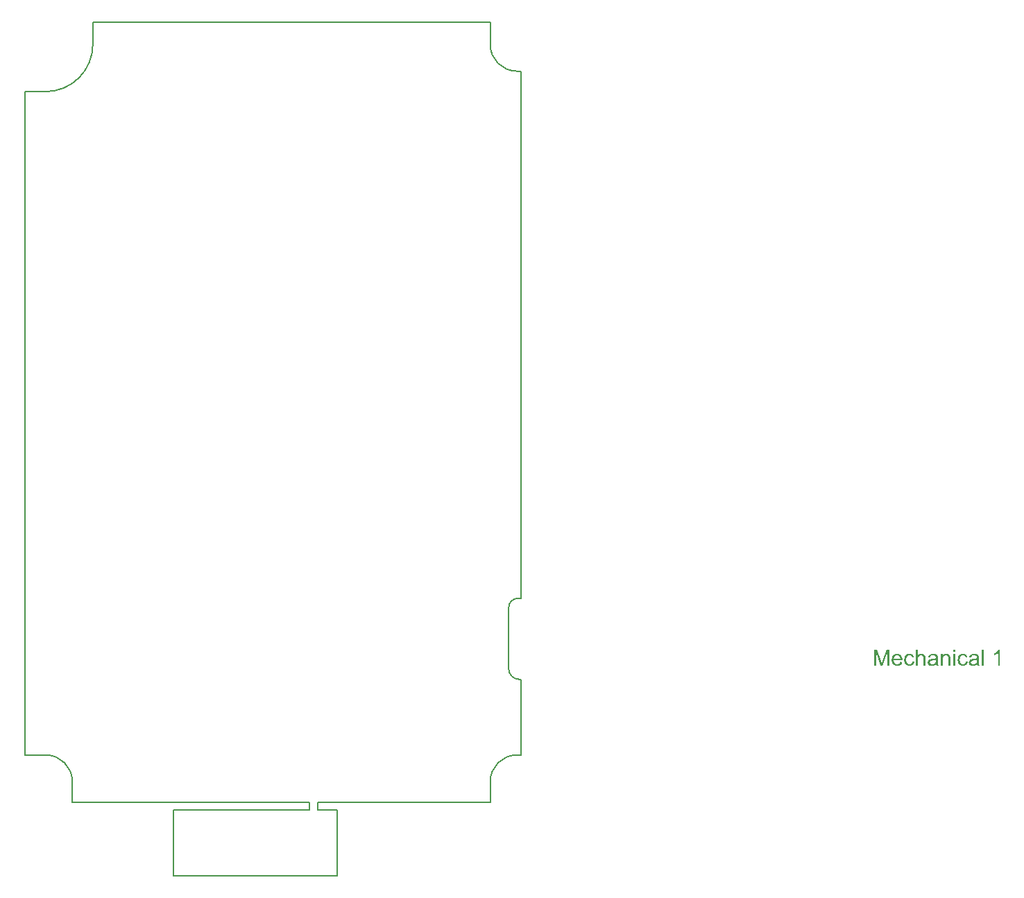
<source format=gm1>
%FSLAX25Y25*%
%MOIN*%
G70*
G01*
G75*
G04 Layer_Color=16711935*
%ADD10R,0.05906X0.05118*%
%ADD11R,0.03000X0.13386*%
%ADD12C,0.01200*%
%ADD13C,0.02500*%
%ADD14C,0.05000*%
%ADD15C,0.17716*%
%ADD16C,0.08661*%
%ADD17C,0.05906*%
%ADD18C,0.10000*%
%ADD19C,0.07874*%
%ADD20C,0.07000*%
%ADD21R,0.07000X0.07000*%
%ADD22C,0.07874*%
%ADD23R,0.05906X0.05906*%
%ADD24R,0.07000X0.07000*%
%ADD25C,0.04724*%
%ADD26C,0.06000*%
%ADD27C,0.03150*%
%ADD28C,0.03937*%
%ADD29R,0.03937X0.11811*%
%ADD30R,0.02756X0.03937*%
%ADD31R,0.03600X0.03600*%
%ADD32R,0.05000X0.03600*%
%ADD33R,0.02362X0.03543*%
%ADD34R,0.03543X0.02362*%
%ADD35R,0.03937X0.04331*%
%ADD36R,0.09843X0.07087*%
%ADD37R,0.07087X0.09843*%
%ADD38R,0.06299X0.13780*%
%ADD39R,0.13780X0.06299*%
%ADD40R,0.03937X0.02362*%
%ADD41O,0.08858X0.01575*%
%ADD42R,0.06890X0.04921*%
%ADD43O,0.02165X0.06890*%
%ADD44O,0.06890X0.02165*%
%ADD45R,0.07087X0.03937*%
%ADD46R,0.04331X0.03937*%
%ADD47R,0.07874X0.03150*%
%ADD48R,0.03600X0.05000*%
%ADD49R,0.03600X0.03600*%
%ADD50R,0.02559X0.04331*%
%ADD51R,0.05315X0.01575*%
%ADD52R,0.06299X0.08268*%
%ADD53R,0.07480X0.07480*%
%ADD54R,0.21654X0.08465*%
%ADD55R,0.05000X0.02500*%
%ADD56R,0.10000X0.10512*%
%ADD57C,0.02000*%
%ADD58C,0.10000*%
%ADD59R,0.46850X0.13386*%
%ADD60R,0.24410X0.18504*%
%ADD61R,0.34646X0.04724*%
%ADD62R,0.25591X0.18110*%
%ADD63R,0.20079X0.05512*%
%ADD64R,0.10236X0.26378*%
%ADD65R,0.27559X0.20472*%
%ADD66R,0.27165X0.35433*%
%ADD67R,0.08661X0.04331*%
%ADD68R,0.09449X0.02362*%
%ADD69R,0.05118X0.07087*%
%ADD70R,0.03937X0.05118*%
%ADD71R,0.03937X0.03150*%
%ADD72R,0.07874X0.15748*%
%ADD73C,0.00965*%
%ADD74C,0.01000*%
%ADD75C,0.00500*%
%ADD76C,0.00700*%
%ADD77R,0.06706X0.05918*%
%ADD78R,0.03800X0.14186*%
%ADD79C,0.18517*%
%ADD80C,0.09461*%
%ADD81C,0.06706*%
%ADD82C,0.10800*%
%ADD83C,0.13874*%
%ADD84C,0.07800*%
%ADD85R,0.07800X0.07800*%
%ADD86C,0.08674*%
%ADD87R,0.06706X0.06706*%
%ADD88R,0.07800X0.07800*%
%ADD89C,0.05524*%
G04:AMPARAMS|DCode=90|XSize=8mil|YSize=8mil|CornerRadius=0mil|HoleSize=0mil|Usage=FLASHONLY|Rotation=90.000|XOffset=0mil|YOffset=0mil|HoleType=Round|Shape=RoundedRectangle|*
%AMROUNDEDRECTD90*
21,1,0.00800,0.00800,0,0,90.0*
21,1,0.00800,0.00800,0,0,90.0*
1,1,0.00000,0.00400,0.00400*
1,1,0.00000,0.00400,-0.00400*
1,1,0.00000,-0.00400,-0.00400*
1,1,0.00000,-0.00400,0.00400*
%
%ADD90ROUNDEDRECTD90*%
%ADD91C,0.06800*%
%ADD92R,0.04737X0.12611*%
%ADD93R,0.03556X0.04737*%
%ADD94R,0.04400X0.04400*%
%ADD95R,0.05800X0.04400*%
%ADD96R,0.03162X0.04343*%
%ADD97R,0.04343X0.03162*%
%ADD98R,0.04737X0.05131*%
%ADD99R,0.10642X0.07887*%
%ADD100R,0.07887X0.10642*%
%ADD101R,0.07099X0.14579*%
%ADD102R,0.14579X0.07099*%
%ADD103R,0.04737X0.03162*%
%ADD104O,0.09658X0.02375*%
%ADD105R,0.07690X0.05721*%
%ADD106O,0.02965X0.07690*%
%ADD107O,0.07690X0.02965*%
%ADD108R,0.07887X0.04737*%
%ADD109R,0.05131X0.04737*%
%ADD110R,0.08674X0.03950*%
%ADD111R,0.04400X0.05800*%
%ADD112R,0.04400X0.04400*%
%ADD113R,0.03359X0.05131*%
%ADD114R,0.06115X0.02375*%
%ADD115R,0.07099X0.09068*%
%ADD116R,0.08280X0.08280*%
%ADD117R,0.22453X0.09265*%
%ADD118R,0.05800X0.03300*%
%ADD119R,0.10800X0.11312*%
%ADD120R,0.08674X0.16548*%
%ADD121C,0.01500*%
%ADD122C,0.00787*%
%ADD123C,0.01575*%
%ADD124C,0.00984*%
%ADD125C,0.02362*%
%ADD126C,0.00492*%
%ADD127C,0.00200*%
%ADD128C,0.00394*%
%ADD129C,0.01181*%
%ADD130C,0.00800*%
%ADD131R,0.09449X0.03543*%
G36*
X468359Y65668D02*
X467415D01*
Y71678D01*
X467404Y71667D01*
X467348Y71623D01*
X467281Y71556D01*
X467170Y71478D01*
X467048Y71378D01*
X466893Y71267D01*
X466715Y71145D01*
X466515Y71023D01*
X466504D01*
X466493Y71012D01*
X466426Y70967D01*
X466315Y70912D01*
X466182Y70845D01*
X466026Y70767D01*
X465859Y70689D01*
X465693Y70612D01*
X465526Y70545D01*
Y71456D01*
X465537D01*
X465559Y71478D01*
X465604Y71489D01*
X465659Y71523D01*
X465726Y71556D01*
X465804Y71601D01*
X465993Y71712D01*
X466215Y71834D01*
X466437Y71989D01*
X466670Y72167D01*
X466904Y72356D01*
X466915Y72367D01*
X466926Y72378D01*
X466959Y72412D01*
X467004Y72445D01*
X467104Y72556D01*
X467237Y72689D01*
X467370Y72845D01*
X467515Y73023D01*
X467637Y73200D01*
X467748Y73389D01*
X468359D01*
Y65668D01*
D02*
G37*
G36*
X436596Y71356D02*
X436762Y71345D01*
X436951Y71323D01*
X437140Y71289D01*
X437329Y71245D01*
X437507Y71189D01*
X437529Y71178D01*
X437584Y71156D01*
X437662Y71123D01*
X437762Y71078D01*
X437873Y71012D01*
X437984Y70945D01*
X438084Y70856D01*
X438173Y70767D01*
X438184Y70756D01*
X438207Y70723D01*
X438240Y70667D01*
X438284Y70601D01*
X438340Y70501D01*
X438384Y70401D01*
X438429Y70278D01*
X438462Y70134D01*
Y70123D01*
X438473Y70090D01*
X438484Y70023D01*
X438495Y69934D01*
Y69812D01*
X438507Y69667D01*
X438518Y69478D01*
Y69267D01*
Y68001D01*
Y67990D01*
Y67945D01*
Y67879D01*
Y67790D01*
Y67690D01*
Y67568D01*
X438529Y67301D01*
Y67023D01*
X438540Y66746D01*
X438551Y66623D01*
Y66512D01*
X438562Y66412D01*
X438573Y66334D01*
Y66323D01*
X438584Y66279D01*
X438595Y66212D01*
X438629Y66123D01*
X438651Y66023D01*
X438695Y65912D01*
X438751Y65790D01*
X438806Y65668D01*
X437818D01*
X437807Y65679D01*
X437795Y65723D01*
X437773Y65779D01*
X437740Y65868D01*
X437707Y65968D01*
X437684Y66090D01*
X437662Y66223D01*
X437640Y66368D01*
X437629D01*
X437618Y66346D01*
X437551Y66290D01*
X437451Y66212D01*
X437318Y66112D01*
X437151Y66012D01*
X436984Y65901D01*
X436807Y65801D01*
X436618Y65723D01*
X436596Y65712D01*
X436529Y65701D01*
X436429Y65668D01*
X436307Y65635D01*
X436151Y65601D01*
X435974Y65579D01*
X435774Y65557D01*
X435573Y65546D01*
X435485D01*
X435418Y65557D01*
X435340D01*
X435251Y65568D01*
X435051Y65601D01*
X434829Y65657D01*
X434585Y65734D01*
X434363Y65846D01*
X434163Y65990D01*
X434140Y66012D01*
X434085Y66068D01*
X434007Y66168D01*
X433918Y66301D01*
X433829Y66468D01*
X433751Y66657D01*
X433696Y66890D01*
X433685Y67001D01*
X433674Y67134D01*
Y67156D01*
Y67201D01*
X433685Y67279D01*
X433696Y67379D01*
X433718Y67501D01*
X433751Y67623D01*
X433796Y67756D01*
X433851Y67879D01*
X433863Y67890D01*
X433885Y67934D01*
X433929Y68001D01*
X433985Y68079D01*
X434052Y68168D01*
X434140Y68256D01*
X434229Y68345D01*
X434340Y68423D01*
X434351Y68434D01*
X434396Y68456D01*
X434451Y68501D01*
X434540Y68545D01*
X434640Y68590D01*
X434762Y68645D01*
X434885Y68690D01*
X435029Y68734D01*
X435040D01*
X435085Y68745D01*
X435151Y68767D01*
X435240Y68779D01*
X435351Y68801D01*
X435496Y68823D01*
X435662Y68856D01*
X435862Y68879D01*
X435874D01*
X435918Y68890D01*
X435974D01*
X436051Y68901D01*
X436140Y68912D01*
X436251Y68934D01*
X436374Y68945D01*
X436507Y68967D01*
X436773Y69023D01*
X437062Y69078D01*
X437318Y69145D01*
X437440Y69178D01*
X437551Y69212D01*
Y69223D01*
Y69245D01*
X437562Y69312D01*
Y69390D01*
Y69434D01*
Y69456D01*
Y69467D01*
Y69478D01*
Y69545D01*
X437551Y69656D01*
X437529Y69779D01*
X437496Y69912D01*
X437440Y70045D01*
X437373Y70167D01*
X437285Y70267D01*
X437273Y70278D01*
X437218Y70323D01*
X437129Y70367D01*
X437018Y70434D01*
X436862Y70490D01*
X436685Y70545D01*
X436462Y70578D01*
X436207Y70590D01*
X436096D01*
X435985Y70578D01*
X435829Y70556D01*
X435674Y70534D01*
X435507Y70490D01*
X435351Y70434D01*
X435218Y70356D01*
X435207Y70345D01*
X435162Y70312D01*
X435107Y70256D01*
X435040Y70167D01*
X434974Y70056D01*
X434896Y69912D01*
X434829Y69734D01*
X434762Y69534D01*
X433840Y69656D01*
Y69667D01*
X433851Y69678D01*
Y69712D01*
X433863Y69756D01*
X433896Y69856D01*
X433940Y70001D01*
X433996Y70145D01*
X434063Y70301D01*
X434152Y70456D01*
X434251Y70601D01*
X434263Y70612D01*
X434307Y70656D01*
X434374Y70723D01*
X434462Y70812D01*
X434585Y70901D01*
X434729Y70990D01*
X434896Y71090D01*
X435085Y71167D01*
X435096D01*
X435107Y71178D01*
X435140Y71189D01*
X435185Y71201D01*
X435296Y71234D01*
X435451Y71267D01*
X435629Y71301D01*
X435851Y71334D01*
X436085Y71356D01*
X436351Y71367D01*
X436473D01*
X436596Y71356D01*
D02*
G37*
G36*
X428963Y70601D02*
X428974Y70612D01*
X428996Y70634D01*
X429030Y70667D01*
X429085Y70723D01*
X429141Y70778D01*
X429219Y70845D01*
X429319Y70912D01*
X429419Y70990D01*
X429530Y71056D01*
X429652Y71123D01*
X429941Y71245D01*
X430096Y71301D01*
X430263Y71334D01*
X430441Y71356D01*
X430618Y71367D01*
X430719D01*
X430841Y71356D01*
X430985Y71334D01*
X431152Y71312D01*
X431329Y71267D01*
X431507Y71201D01*
X431685Y71123D01*
X431707Y71112D01*
X431763Y71078D01*
X431841Y71023D01*
X431941Y70945D01*
X432041Y70845D01*
X432152Y70734D01*
X432252Y70601D01*
X432340Y70445D01*
X432352Y70423D01*
X432374Y70367D01*
X432407Y70267D01*
X432441Y70123D01*
X432474Y69945D01*
X432507Y69734D01*
X432529Y69478D01*
X432541Y69190D01*
Y65668D01*
X431596D01*
Y69201D01*
Y69212D01*
Y69234D01*
Y69267D01*
Y69312D01*
X431585Y69434D01*
X431563Y69590D01*
X431518Y69756D01*
X431463Y69923D01*
X431385Y70090D01*
X431285Y70223D01*
X431274Y70234D01*
X431229Y70278D01*
X431163Y70334D01*
X431063Y70389D01*
X430941Y70456D01*
X430796Y70501D01*
X430618Y70545D01*
X430418Y70556D01*
X430352D01*
X430274Y70545D01*
X430163Y70534D01*
X430052Y70501D01*
X429918Y70467D01*
X429785Y70412D01*
X429641Y70334D01*
X429630Y70323D01*
X429585Y70289D01*
X429519Y70245D01*
X429441Y70178D01*
X429352Y70090D01*
X429263Y69990D01*
X429185Y69867D01*
X429119Y69734D01*
X429108Y69712D01*
X429096Y69667D01*
X429074Y69578D01*
X429041Y69467D01*
X429007Y69323D01*
X428985Y69145D01*
X428974Y68945D01*
X428963Y68712D01*
Y65668D01*
X428019D01*
Y73356D01*
X428963D01*
Y70601D01*
D02*
G37*
G36*
X446895Y65668D02*
X445950D01*
Y71245D01*
X446895D01*
Y65668D01*
D02*
G37*
G36*
X456316Y71356D02*
X456483Y71345D01*
X456671Y71323D01*
X456860Y71289D01*
X457049Y71245D01*
X457227Y71189D01*
X457249Y71178D01*
X457305Y71156D01*
X457382Y71123D01*
X457482Y71078D01*
X457594Y71012D01*
X457705Y70945D01*
X457805Y70856D01*
X457894Y70767D01*
X457905Y70756D01*
X457927Y70723D01*
X457960Y70667D01*
X458005Y70601D01*
X458060Y70501D01*
X458105Y70401D01*
X458149Y70278D01*
X458182Y70134D01*
Y70123D01*
X458193Y70090D01*
X458205Y70023D01*
X458216Y69934D01*
Y69812D01*
X458227Y69667D01*
X458238Y69478D01*
Y69267D01*
Y68001D01*
Y67990D01*
Y67945D01*
Y67879D01*
Y67790D01*
Y67690D01*
Y67568D01*
X458249Y67301D01*
Y67023D01*
X458260Y66746D01*
X458271Y66623D01*
Y66512D01*
X458282Y66412D01*
X458293Y66334D01*
Y66323D01*
X458305Y66279D01*
X458316Y66212D01*
X458349Y66123D01*
X458371Y66023D01*
X458416Y65912D01*
X458471Y65790D01*
X458527Y65668D01*
X457538D01*
X457527Y65679D01*
X457516Y65723D01*
X457494Y65779D01*
X457460Y65868D01*
X457427Y65968D01*
X457405Y66090D01*
X457382Y66223D01*
X457360Y66368D01*
X457349D01*
X457338Y66346D01*
X457271Y66290D01*
X457171Y66212D01*
X457038Y66112D01*
X456871Y66012D01*
X456705Y65901D01*
X456527Y65801D01*
X456338Y65723D01*
X456316Y65712D01*
X456249Y65701D01*
X456149Y65668D01*
X456027Y65635D01*
X455871Y65601D01*
X455694Y65579D01*
X455494Y65557D01*
X455294Y65546D01*
X455205D01*
X455138Y65557D01*
X455060D01*
X454972Y65568D01*
X454772Y65601D01*
X454549Y65657D01*
X454305Y65734D01*
X454083Y65846D01*
X453883Y65990D01*
X453861Y66012D01*
X453805Y66068D01*
X453727Y66168D01*
X453638Y66301D01*
X453549Y66468D01*
X453472Y66657D01*
X453416Y66890D01*
X453405Y67001D01*
X453394Y67134D01*
Y67156D01*
Y67201D01*
X453405Y67279D01*
X453416Y67379D01*
X453438Y67501D01*
X453472Y67623D01*
X453516Y67756D01*
X453572Y67879D01*
X453583Y67890D01*
X453605Y67934D01*
X453650Y68001D01*
X453705Y68079D01*
X453772Y68168D01*
X453861Y68256D01*
X453949Y68345D01*
X454061Y68423D01*
X454072Y68434D01*
X454116Y68456D01*
X454172Y68501D01*
X454261Y68545D01*
X454360Y68590D01*
X454483Y68645D01*
X454605Y68690D01*
X454749Y68734D01*
X454761D01*
X454805Y68745D01*
X454872Y68767D01*
X454960Y68779D01*
X455072Y68801D01*
X455216Y68823D01*
X455383Y68856D01*
X455583Y68879D01*
X455594D01*
X455638Y68890D01*
X455694D01*
X455771Y68901D01*
X455860Y68912D01*
X455971Y68934D01*
X456094Y68945D01*
X456227Y68967D01*
X456494Y69023D01*
X456782Y69078D01*
X457038Y69145D01*
X457160Y69178D01*
X457271Y69212D01*
Y69223D01*
Y69245D01*
X457282Y69312D01*
Y69390D01*
Y69434D01*
Y69456D01*
Y69467D01*
Y69478D01*
Y69545D01*
X457271Y69656D01*
X457249Y69779D01*
X457216Y69912D01*
X457160Y70045D01*
X457094Y70167D01*
X457005Y70267D01*
X456994Y70278D01*
X456938Y70323D01*
X456849Y70367D01*
X456738Y70434D01*
X456582Y70490D01*
X456405Y70545D01*
X456183Y70578D01*
X455927Y70590D01*
X455816D01*
X455705Y70578D01*
X455549Y70556D01*
X455394Y70534D01*
X455227Y70490D01*
X455072Y70434D01*
X454938Y70356D01*
X454927Y70345D01*
X454883Y70312D01*
X454827Y70256D01*
X454761Y70167D01*
X454694Y70056D01*
X454616Y69912D01*
X454549Y69734D01*
X454483Y69534D01*
X453561Y69656D01*
Y69667D01*
X453572Y69678D01*
Y69712D01*
X453583Y69756D01*
X453616Y69856D01*
X453661Y70001D01*
X453716Y70145D01*
X453783Y70301D01*
X453872Y70456D01*
X453972Y70601D01*
X453983Y70612D01*
X454027Y70656D01*
X454094Y70723D01*
X454183Y70812D01*
X454305Y70901D01*
X454449Y70990D01*
X454616Y71090D01*
X454805Y71167D01*
X454816D01*
X454827Y71178D01*
X454860Y71189D01*
X454905Y71201D01*
X455016Y71234D01*
X455172Y71267D01*
X455349Y71301D01*
X455572Y71334D01*
X455805Y71356D01*
X456072Y71367D01*
X456194D01*
X456316Y71356D01*
D02*
G37*
G36*
X460615Y65668D02*
X459671D01*
Y73356D01*
X460615D01*
Y65668D01*
D02*
G37*
G36*
X450750Y71356D02*
X450816D01*
X450905Y71345D01*
X451116Y71312D01*
X451350Y71256D01*
X451594Y71167D01*
X451839Y71056D01*
X452072Y70901D01*
X452083D01*
X452094Y70878D01*
X452161Y70812D01*
X452261Y70712D01*
X452383Y70567D01*
X452505Y70389D01*
X452627Y70167D01*
X452739Y69912D01*
X452816Y69612D01*
X451894Y69467D01*
Y69478D01*
X451883Y69490D01*
X451872Y69556D01*
X451839Y69656D01*
X451783Y69779D01*
X451727Y69912D01*
X451639Y70056D01*
X451539Y70189D01*
X451428Y70301D01*
X451416Y70312D01*
X451372Y70345D01*
X451294Y70389D01*
X451205Y70445D01*
X451083Y70501D01*
X450950Y70545D01*
X450794Y70578D01*
X450628Y70590D01*
X450561D01*
X450505Y70578D01*
X450383Y70567D01*
X450216Y70523D01*
X450039Y70467D01*
X449839Y70378D01*
X449650Y70245D01*
X449561Y70167D01*
X449472Y70078D01*
Y70067D01*
X449450Y70056D01*
X449428Y70023D01*
X449405Y69978D01*
X449372Y69923D01*
X449328Y69856D01*
X449294Y69779D01*
X449250Y69690D01*
X449205Y69578D01*
X449172Y69456D01*
X449128Y69323D01*
X449094Y69178D01*
X449072Y69023D01*
X449050Y68845D01*
X449028Y68656D01*
Y68456D01*
Y68445D01*
Y68412D01*
Y68345D01*
X449039Y68279D01*
Y68179D01*
X449050Y68079D01*
X449083Y67834D01*
X449128Y67568D01*
X449205Y67290D01*
X449305Y67045D01*
X449372Y66923D01*
X449450Y66823D01*
X449472Y66801D01*
X449528Y66746D01*
X449628Y66668D01*
X449750Y66579D01*
X449917Y66479D01*
X450105Y66401D01*
X450328Y66346D01*
X450450Y66334D01*
X450572Y66323D01*
X450594D01*
X450661Y66334D01*
X450772Y66346D01*
X450894Y66368D01*
X451039Y66401D01*
X451194Y66468D01*
X451350Y66545D01*
X451494Y66657D01*
X451516Y66668D01*
X451550Y66723D01*
X451616Y66801D01*
X451694Y66923D01*
X451772Y67068D01*
X451861Y67245D01*
X451928Y67468D01*
X451972Y67712D01*
X452905Y67590D01*
Y67579D01*
X452894Y67545D01*
X452883Y67501D01*
X452872Y67434D01*
X452850Y67345D01*
X452827Y67256D01*
X452750Y67034D01*
X452650Y66801D01*
X452505Y66545D01*
X452327Y66301D01*
X452227Y66190D01*
X452116Y66079D01*
X452105Y66068D01*
X452083Y66057D01*
X452050Y66034D01*
X452005Y66001D01*
X451950Y65957D01*
X451872Y65912D01*
X451783Y65868D01*
X451694Y65812D01*
X451472Y65712D01*
X451205Y65635D01*
X450916Y65568D01*
X450750Y65557D01*
X450583Y65546D01*
X450472D01*
X450394Y65557D01*
X450294Y65568D01*
X450183Y65590D01*
X450061Y65612D01*
X449928Y65635D01*
X449628Y65723D01*
X449483Y65790D01*
X449328Y65857D01*
X449172Y65946D01*
X449028Y66045D01*
X448883Y66157D01*
X448750Y66290D01*
X448739Y66301D01*
X448717Y66323D01*
X448683Y66368D01*
X448639Y66423D01*
X448595Y66501D01*
X448528Y66601D01*
X448472Y66712D01*
X448406Y66834D01*
X448339Y66979D01*
X448283Y67145D01*
X448217Y67312D01*
X448172Y67512D01*
X448128Y67712D01*
X448095Y67945D01*
X448072Y68179D01*
X448061Y68434D01*
Y68445D01*
Y68479D01*
Y68523D01*
Y68590D01*
X448072Y68668D01*
Y68756D01*
X448083Y68856D01*
X448095Y68967D01*
X448128Y69212D01*
X448183Y69478D01*
X448250Y69745D01*
X448350Y70012D01*
Y70023D01*
X448361Y70045D01*
X448383Y70078D01*
X448406Y70123D01*
X448472Y70245D01*
X448572Y70389D01*
X448706Y70556D01*
X448861Y70723D01*
X449050Y70890D01*
X449261Y71023D01*
X449272D01*
X449294Y71034D01*
X449328Y71056D01*
X449372Y71078D01*
X449428Y71101D01*
X449494Y71134D01*
X449661Y71201D01*
X449850Y71256D01*
X450083Y71312D01*
X450328Y71356D01*
X450594Y71367D01*
X450683D01*
X450750Y71356D01*
D02*
G37*
G36*
X442762D02*
X442884Y71345D01*
X443028Y71323D01*
X443184Y71289D01*
X443351Y71245D01*
X443506Y71178D01*
X443528Y71167D01*
X443573Y71145D01*
X443650Y71112D01*
X443739Y71056D01*
X443851Y70990D01*
X443951Y70901D01*
X444051Y70812D01*
X444139Y70701D01*
X444150Y70689D01*
X444173Y70645D01*
X444206Y70590D01*
X444262Y70512D01*
X444306Y70401D01*
X444350Y70289D01*
X444406Y70156D01*
X444439Y70012D01*
Y70001D01*
X444450Y69956D01*
X444461Y69890D01*
X444473Y69801D01*
Y69667D01*
X444484Y69512D01*
X444495Y69323D01*
Y69090D01*
Y65668D01*
X443550D01*
Y69045D01*
Y69056D01*
Y69067D01*
Y69145D01*
Y69245D01*
X443539Y69367D01*
X443528Y69512D01*
X443506Y69656D01*
X443473Y69790D01*
X443439Y69912D01*
Y69923D01*
X443417Y69956D01*
X443384Y70012D01*
X443351Y70078D01*
X443295Y70145D01*
X443228Y70223D01*
X443140Y70301D01*
X443040Y70367D01*
X443028Y70378D01*
X442995Y70401D01*
X442928Y70423D01*
X442851Y70456D01*
X442762Y70490D01*
X442651Y70523D01*
X442517Y70534D01*
X442384Y70545D01*
X442328D01*
X442284Y70534D01*
X442173Y70523D01*
X442028Y70501D01*
X441873Y70445D01*
X441695Y70378D01*
X441517Y70289D01*
X441351Y70156D01*
X441328Y70134D01*
X441284Y70078D01*
X441251Y70034D01*
X441217Y69978D01*
X441173Y69912D01*
X441140Y69834D01*
X441095Y69745D01*
X441051Y69634D01*
X441017Y69512D01*
X440984Y69379D01*
X440962Y69234D01*
X440940Y69078D01*
X440917Y68890D01*
Y68701D01*
Y65668D01*
X439973D01*
Y71245D01*
X440817D01*
Y70445D01*
X440829Y70456D01*
X440851Y70490D01*
X440884Y70534D01*
X440929Y70590D01*
X440995Y70656D01*
X441073Y70734D01*
X441162Y70823D01*
X441273Y70912D01*
X441384Y70990D01*
X441517Y71078D01*
X441662Y71156D01*
X441817Y71223D01*
X441995Y71278D01*
X442173Y71323D01*
X442373Y71356D01*
X442584Y71367D01*
X442673D01*
X442762Y71356D01*
D02*
G37*
G36*
X446895Y72278D02*
X445950D01*
Y73356D01*
X446895D01*
Y72278D01*
D02*
G37*
G36*
X415131Y65668D02*
X414153D01*
Y72101D01*
X411909Y65668D01*
X410998D01*
X408776Y72212D01*
Y65668D01*
X407798D01*
Y73356D01*
X409321D01*
X411143Y67901D01*
Y67890D01*
X411154Y67868D01*
X411165Y67834D01*
X411187Y67779D01*
X411232Y67645D01*
X411287Y67479D01*
X411343Y67290D01*
X411409Y67101D01*
X411465Y66923D01*
X411509Y66768D01*
X411520Y66790D01*
X411531Y66845D01*
X411565Y66945D01*
X411609Y67079D01*
X411665Y67256D01*
X411743Y67468D01*
X411820Y67712D01*
X411920Y68001D01*
X413765Y73356D01*
X415131D01*
Y65668D01*
D02*
G37*
G36*
X419131Y71356D02*
X419220Y71345D01*
X419331Y71323D01*
X419453Y71301D01*
X419597Y71267D01*
X419731Y71234D01*
X419886Y71178D01*
X420031Y71123D01*
X420186Y71045D01*
X420342Y70956D01*
X420497Y70856D01*
X420642Y70734D01*
X420775Y70601D01*
X420786Y70590D01*
X420808Y70567D01*
X420842Y70523D01*
X420886Y70456D01*
X420942Y70378D01*
X420997Y70289D01*
X421064Y70178D01*
X421131Y70045D01*
X421197Y69901D01*
X421264Y69745D01*
X421319Y69567D01*
X421375Y69379D01*
X421419Y69167D01*
X421453Y68945D01*
X421475Y68712D01*
X421486Y68456D01*
Y68445D01*
Y68401D01*
Y68323D01*
X421475Y68212D01*
X417309D01*
Y68201D01*
Y68168D01*
X417320Y68123D01*
Y68056D01*
X417331Y67979D01*
X417353Y67890D01*
X417386Y67690D01*
X417453Y67468D01*
X417542Y67223D01*
X417664Y67001D01*
X417820Y66801D01*
X417831D01*
X417842Y66779D01*
X417909Y66723D01*
X418009Y66645D01*
X418142Y66568D01*
X418320Y66479D01*
X418520Y66401D01*
X418742Y66346D01*
X418864Y66334D01*
X418997Y66323D01*
X419086D01*
X419186Y66334D01*
X419309Y66357D01*
X419442Y66390D01*
X419597Y66434D01*
X419742Y66501D01*
X419886Y66590D01*
X419897Y66601D01*
X419953Y66645D01*
X420019Y66712D01*
X420097Y66801D01*
X420186Y66923D01*
X420286Y67079D01*
X420386Y67256D01*
X420475Y67468D01*
X421453Y67345D01*
Y67334D01*
X421442Y67312D01*
X421430Y67268D01*
X421408Y67201D01*
X421375Y67134D01*
X421342Y67045D01*
X421253Y66857D01*
X421142Y66645D01*
X420986Y66423D01*
X420808Y66212D01*
X420586Y66012D01*
X420575D01*
X420553Y65990D01*
X420519Y65968D01*
X420475Y65934D01*
X420408Y65901D01*
X420342Y65868D01*
X420253Y65823D01*
X420153Y65779D01*
X420042Y65734D01*
X419931Y65690D01*
X419653Y65623D01*
X419342Y65568D01*
X418997Y65546D01*
X418875D01*
X418797Y65557D01*
X418698Y65568D01*
X418575Y65590D01*
X418442Y65612D01*
X418297Y65635D01*
X417986Y65723D01*
X417820Y65790D01*
X417664Y65857D01*
X417498Y65946D01*
X417342Y66045D01*
X417198Y66157D01*
X417053Y66290D01*
X417042Y66301D01*
X417020Y66323D01*
X416987Y66368D01*
X416942Y66434D01*
X416887Y66512D01*
X416831Y66601D01*
X416764Y66712D01*
X416698Y66834D01*
X416631Y66979D01*
X416564Y67134D01*
X416509Y67312D01*
X416453Y67501D01*
X416409Y67701D01*
X416375Y67923D01*
X416353Y68156D01*
X416342Y68401D01*
Y68412D01*
Y68467D01*
Y68534D01*
X416353Y68634D01*
X416364Y68756D01*
X416375Y68890D01*
X416398Y69045D01*
X416431Y69201D01*
X416520Y69556D01*
X416575Y69734D01*
X416642Y69923D01*
X416731Y70101D01*
X416831Y70267D01*
X416942Y70434D01*
X417064Y70590D01*
X417075Y70601D01*
X417098Y70623D01*
X417142Y70656D01*
X417198Y70712D01*
X417264Y70767D01*
X417353Y70834D01*
X417453Y70912D01*
X417575Y70978D01*
X417697Y71056D01*
X417842Y71123D01*
X417998Y71189D01*
X418164Y71245D01*
X418342Y71301D01*
X418531Y71334D01*
X418731Y71356D01*
X418942Y71367D01*
X419053D01*
X419131Y71356D01*
D02*
G37*
G36*
X425052D02*
X425119D01*
X425208Y71345D01*
X425419Y71312D01*
X425652Y71256D01*
X425897Y71167D01*
X426141Y71056D01*
X426374Y70901D01*
X426386D01*
X426397Y70878D01*
X426463Y70812D01*
X426563Y70712D01*
X426685Y70567D01*
X426808Y70389D01*
X426930Y70167D01*
X427041Y69912D01*
X427119Y69612D01*
X426197Y69467D01*
Y69478D01*
X426186Y69490D01*
X426174Y69556D01*
X426141Y69656D01*
X426086Y69779D01*
X426030Y69912D01*
X425941Y70056D01*
X425841Y70189D01*
X425730Y70301D01*
X425719Y70312D01*
X425674Y70345D01*
X425597Y70389D01*
X425508Y70445D01*
X425386Y70501D01*
X425252Y70545D01*
X425097Y70578D01*
X424930Y70590D01*
X424863D01*
X424808Y70578D01*
X424686Y70567D01*
X424519Y70523D01*
X424341Y70467D01*
X424141Y70378D01*
X423952Y70245D01*
X423864Y70167D01*
X423775Y70078D01*
Y70067D01*
X423752Y70056D01*
X423730Y70023D01*
X423708Y69978D01*
X423675Y69923D01*
X423630Y69856D01*
X423597Y69779D01*
X423553Y69690D01*
X423508Y69578D01*
X423475Y69456D01*
X423430Y69323D01*
X423397Y69178D01*
X423375Y69023D01*
X423352Y68845D01*
X423330Y68656D01*
Y68456D01*
Y68445D01*
Y68412D01*
Y68345D01*
X423341Y68279D01*
Y68179D01*
X423352Y68079D01*
X423386Y67834D01*
X423430Y67568D01*
X423508Y67290D01*
X423608Y67045D01*
X423675Y66923D01*
X423752Y66823D01*
X423775Y66801D01*
X423830Y66746D01*
X423930Y66668D01*
X424052Y66579D01*
X424219Y66479D01*
X424408Y66401D01*
X424630Y66346D01*
X424752Y66334D01*
X424875Y66323D01*
X424897D01*
X424964Y66334D01*
X425075Y66346D01*
X425197Y66368D01*
X425341Y66401D01*
X425497Y66468D01*
X425652Y66545D01*
X425797Y66657D01*
X425819Y66668D01*
X425852Y66723D01*
X425919Y66801D01*
X425997Y66923D01*
X426075Y67068D01*
X426163Y67245D01*
X426230Y67468D01*
X426274Y67712D01*
X427208Y67590D01*
Y67579D01*
X427197Y67545D01*
X427185Y67501D01*
X427174Y67434D01*
X427152Y67345D01*
X427130Y67256D01*
X427052Y67034D01*
X426952Y66801D01*
X426808Y66545D01*
X426630Y66301D01*
X426530Y66190D01*
X426419Y66079D01*
X426408Y66068D01*
X426386Y66057D01*
X426352Y66034D01*
X426308Y66001D01*
X426252Y65957D01*
X426174Y65912D01*
X426086Y65868D01*
X425997Y65812D01*
X425774Y65712D01*
X425508Y65635D01*
X425219Y65568D01*
X425052Y65557D01*
X424886Y65546D01*
X424775D01*
X424697Y65557D01*
X424597Y65568D01*
X424486Y65590D01*
X424364Y65612D01*
X424230Y65635D01*
X423930Y65723D01*
X423786Y65790D01*
X423630Y65857D01*
X423475Y65946D01*
X423330Y66045D01*
X423186Y66157D01*
X423053Y66290D01*
X423041Y66301D01*
X423019Y66323D01*
X422986Y66368D01*
X422941Y66423D01*
X422897Y66501D01*
X422830Y66601D01*
X422775Y66712D01*
X422708Y66834D01*
X422642Y66979D01*
X422586Y67145D01*
X422519Y67312D01*
X422475Y67512D01*
X422430Y67712D01*
X422397Y67945D01*
X422375Y68179D01*
X422364Y68434D01*
Y68445D01*
Y68479D01*
Y68523D01*
Y68590D01*
X422375Y68668D01*
Y68756D01*
X422386Y68856D01*
X422397Y68967D01*
X422430Y69212D01*
X422486Y69478D01*
X422553Y69745D01*
X422653Y70012D01*
Y70023D01*
X422664Y70045D01*
X422686Y70078D01*
X422708Y70123D01*
X422775Y70245D01*
X422875Y70389D01*
X423008Y70556D01*
X423164Y70723D01*
X423352Y70890D01*
X423564Y71023D01*
X423575D01*
X423597Y71034D01*
X423630Y71056D01*
X423675Y71078D01*
X423730Y71101D01*
X423797Y71134D01*
X423964Y71201D01*
X424153Y71256D01*
X424386Y71312D01*
X424630Y71356D01*
X424897Y71367D01*
X424986D01*
X425052Y71356D01*
D02*
G37*
%LPC*%
G36*
X418953Y70590D02*
X418886D01*
X418842Y70578D01*
X418720Y70567D01*
X418575Y70534D01*
X418398Y70478D01*
X418209Y70401D01*
X418031Y70289D01*
X417853Y70145D01*
X417831Y70123D01*
X417786Y70067D01*
X417709Y69967D01*
X417631Y69834D01*
X417542Y69678D01*
X417464Y69478D01*
X417398Y69245D01*
X417364Y68990D01*
X420486D01*
Y69001D01*
Y69023D01*
X420475Y69056D01*
Y69101D01*
X420453Y69234D01*
X420420Y69379D01*
X420364Y69556D01*
X420308Y69723D01*
X420220Y69890D01*
X420119Y70034D01*
Y70045D01*
X420097Y70056D01*
X420042Y70123D01*
X419942Y70212D01*
X419808Y70312D01*
X419642Y70412D01*
X419442Y70501D01*
X419208Y70567D01*
X419086Y70578D01*
X418953Y70590D01*
D02*
G37*
G36*
X457282Y68467D02*
X457271D01*
X457260Y68456D01*
X457227Y68445D01*
X457183Y68434D01*
X457127Y68412D01*
X457060Y68390D01*
X456983Y68367D01*
X456894Y68345D01*
X456794Y68312D01*
X456671Y68290D01*
X456549Y68256D01*
X456405Y68223D01*
X456249Y68190D01*
X456094Y68156D01*
X455916Y68134D01*
X455727Y68101D01*
X455705D01*
X455638Y68090D01*
X455527Y68068D01*
X455405Y68045D01*
X455272Y68023D01*
X455138Y67990D01*
X455016Y67956D01*
X454905Y67912D01*
X454894D01*
X454860Y67890D01*
X454816Y67868D01*
X454772Y67834D01*
X454638Y67745D01*
X454527Y67612D01*
Y67601D01*
X454505Y67579D01*
X454494Y67534D01*
X454472Y67479D01*
X454449Y67412D01*
X454427Y67345D01*
X454416Y67256D01*
X454405Y67168D01*
Y67156D01*
Y67101D01*
X454416Y67034D01*
X454438Y66945D01*
X454472Y66845D01*
X454527Y66746D01*
X454594Y66634D01*
X454683Y66534D01*
X454694Y66523D01*
X454738Y66501D01*
X454805Y66457D01*
X454894Y66412D01*
X455016Y66368D01*
X455161Y66323D01*
X455327Y66301D01*
X455527Y66290D01*
X455616D01*
X455727Y66301D01*
X455849Y66323D01*
X456005Y66346D01*
X456160Y66390D01*
X456327Y66445D01*
X456494Y66523D01*
X456516Y66534D01*
X456560Y66568D01*
X456638Y66623D01*
X456727Y66701D01*
X456827Y66790D01*
X456938Y66901D01*
X457027Y67034D01*
X457116Y67179D01*
X457127Y67190D01*
X457138Y67234D01*
X457160Y67312D01*
X457194Y67412D01*
X457227Y67545D01*
X457249Y67701D01*
X457260Y67890D01*
X457271Y68112D01*
X457282Y68467D01*
D02*
G37*
G36*
X437562D02*
X437551D01*
X437540Y68456D01*
X437507Y68445D01*
X437462Y68434D01*
X437407Y68412D01*
X437340Y68390D01*
X437262Y68367D01*
X437173Y68345D01*
X437073Y68312D01*
X436951Y68290D01*
X436829Y68256D01*
X436685Y68223D01*
X436529Y68190D01*
X436374Y68156D01*
X436196Y68134D01*
X436007Y68101D01*
X435985D01*
X435918Y68090D01*
X435807Y68068D01*
X435685Y68045D01*
X435551Y68023D01*
X435418Y67990D01*
X435296Y67956D01*
X435185Y67912D01*
X435174D01*
X435140Y67890D01*
X435096Y67868D01*
X435051Y67834D01*
X434918Y67745D01*
X434807Y67612D01*
Y67601D01*
X434785Y67579D01*
X434774Y67534D01*
X434751Y67479D01*
X434729Y67412D01*
X434707Y67345D01*
X434696Y67256D01*
X434685Y67168D01*
Y67156D01*
Y67101D01*
X434696Y67034D01*
X434718Y66945D01*
X434751Y66845D01*
X434807Y66746D01*
X434874Y66634D01*
X434963Y66534D01*
X434974Y66523D01*
X435018Y66501D01*
X435085Y66457D01*
X435174Y66412D01*
X435296Y66368D01*
X435440Y66323D01*
X435607Y66301D01*
X435807Y66290D01*
X435896D01*
X436007Y66301D01*
X436129Y66323D01*
X436285Y66346D01*
X436440Y66390D01*
X436607Y66445D01*
X436773Y66523D01*
X436796Y66534D01*
X436840Y66568D01*
X436918Y66623D01*
X437007Y66701D01*
X437107Y66790D01*
X437218Y66901D01*
X437307Y67034D01*
X437396Y67179D01*
X437407Y67190D01*
X437418Y67234D01*
X437440Y67312D01*
X437473Y67412D01*
X437507Y67545D01*
X437529Y67701D01*
X437540Y67890D01*
X437551Y68112D01*
X437562Y68467D01*
D02*
G37*
%LPD*%
D122*
X236241Y22666D02*
G03*
X223446Y9871I0J-12795D01*
G01*
X22659D02*
G03*
X9863Y22666I-12795J0D01*
G01*
Y341564D02*
G03*
X32501Y364202I0J22638D01*
G01*
X223446D02*
G03*
X236241Y351407I12795J0D01*
G01*
X236890Y98032D02*
G03*
X232283Y93425I0J-4606D01*
G01*
Y64055D02*
G03*
X237283Y59055I5000J0D01*
G01*
X140551Y28D02*
X223446D01*
X22659D02*
X136614D01*
X22659Y28D02*
Y28D01*
X140551Y-3909D02*
Y28D01*
Y-3909D02*
X150000D01*
Y-35405D02*
Y-3909D01*
X71260Y-35405D02*
X150000D01*
X71260D02*
Y-3909D01*
X73840D01*
X136614D01*
Y28D01*
X223446D02*
Y9871D01*
X22659Y28D02*
Y9871D01*
X21Y22666D02*
X9863D01*
X21D02*
Y341564D01*
X9863D01*
X32501Y364202D02*
Y374832D01*
X223446D01*
Y364202D02*
Y374832D01*
X236241Y351407D02*
X238210D01*
X236890Y98032D02*
X238210D01*
X237283Y59055D02*
X238210D01*
X232283Y64055D02*
Y66929D01*
Y93425D01*
X236241Y22666D02*
X238210D01*
Y59055D01*
Y98032D02*
Y351407D01*
M02*

</source>
